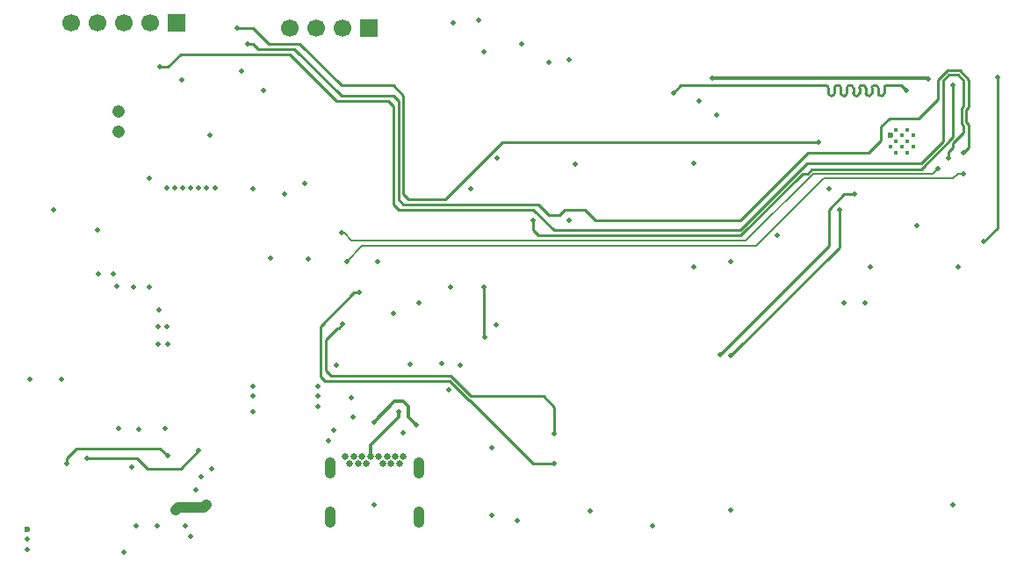
<source format=gbr>
%TF.GenerationSoftware,KiCad,Pcbnew,9.0.2*%
%TF.CreationDate,2025-06-28T16:23:08+05:30*%
%TF.ProjectId,ESP32 PCB,45535033-3220-4504-9342-2e6b69636164,rev?*%
%TF.SameCoordinates,Original*%
%TF.FileFunction,Copper,L4,Bot*%
%TF.FilePolarity,Positive*%
%FSLAX46Y46*%
G04 Gerber Fmt 4.6, Leading zero omitted, Abs format (unit mm)*
G04 Created by KiCad (PCBNEW 9.0.2) date 2025-06-28 16:23:08*
%MOMM*%
%LPD*%
G01*
G04 APERTURE LIST*
%TA.AperFunction,ComponentPad*%
%ADD10C,0.650000*%
%TD*%
%TA.AperFunction,ComponentPad*%
%ADD11O,1.050000X2.100000*%
%TD*%
%TA.AperFunction,ComponentPad*%
%ADD12R,1.700000X1.700000*%
%TD*%
%TA.AperFunction,ComponentPad*%
%ADD13C,1.700000*%
%TD*%
%TA.AperFunction,ComponentPad*%
%ADD14C,1.208000*%
%TD*%
%TA.AperFunction,ComponentPad*%
%ADD15C,0.400000*%
%TD*%
%TA.AperFunction,ComponentPad*%
%ADD16C,0.600000*%
%TD*%
%TA.AperFunction,ViaPad*%
%ADD17C,0.500000*%
%TD*%
%TA.AperFunction,ViaPad*%
%ADD18C,0.600000*%
%TD*%
%TA.AperFunction,Conductor*%
%ADD19C,1.000000*%
%TD*%
%TA.AperFunction,Conductor*%
%ADD20C,0.300000*%
%TD*%
%TA.AperFunction,Conductor*%
%ADD21C,0.250000*%
%TD*%
%TA.AperFunction,Conductor*%
%ADD22C,0.200000*%
%TD*%
G04 APERTURE END LIST*
D10*
%TO.P,J1,B1,GNDB1*%
%TO.N,GND*%
X186000000Y-129265000D03*
%TO.P,J1,B2,SSTXP2*%
%TO.N,unconnected-(J1-SSTXP2-PadB2)*%
X185600000Y-129975000D03*
%TO.P,J1,B3,SSTXN2*%
%TO.N,unconnected-(J1-SSTXN2-PadB3)*%
X184800000Y-129975000D03*
%TO.P,J1,B4,VBUSB1*%
%TO.N,/VBUS*%
X184400000Y-129265000D03*
%TO.P,J1,B5,CC2*%
%TO.N,Net-(J1-CC2)*%
X184000000Y-129975000D03*
%TO.P,J1,B6,DP2*%
%TO.N,/USB_DP*%
X183600000Y-129265000D03*
%TO.P,J1,B7,DN2*%
%TO.N,/USB_DN*%
X182800000Y-129265000D03*
%TO.P,J1,B8,SBU2*%
%TO.N,unconnected-(J1-SBU2-PadB8)*%
X182400000Y-129975000D03*
%TO.P,J1,B9,VBUSB2*%
%TO.N,/VBUS*%
X182000000Y-129265000D03*
%TO.P,J1,B10,SSRXN1*%
%TO.N,unconnected-(J1-SSRXN1-PadB10)*%
X181600000Y-129975000D03*
%TO.P,J1,B11,SSRXP1*%
%TO.N,unconnected-(J1-SSRXP1-PadB11)*%
X180800000Y-129975000D03*
%TO.P,J1,B12,GNDB2*%
%TO.N,GND*%
X180400000Y-129265000D03*
%TO.P,J1,G1,GND/SHIELD*%
X185200000Y-129265000D03*
%TO.P,J1,G2,GND/SHIELD*%
X181200000Y-129265000D03*
D11*
%TO.P,J1,S1,GND/SHIELD*%
X178930000Y-130415000D03*
%TO.P,J1,S2,GND/SHIELD*%
X187470000Y-130415000D03*
%TO.P,J1,S3,GND/SHIELD*%
X178930000Y-135145000D03*
%TO.P,J1,S4,GND/SHIELD*%
X187470000Y-135145000D03*
%TD*%
D12*
%TO.P,J4,1,Pin_1*%
%TO.N,+3.3V*%
X182630000Y-88000000D03*
D13*
%TO.P,J4,2,Pin_2*%
%TO.N,/ESP32-C3-02/sDA*%
X180090000Y-88000000D03*
%TO.P,J4,3,Pin_3*%
%TO.N,/ESP32-C3-02/SCL*%
X177550000Y-88000000D03*
%TO.P,J4,4,Pin_4*%
%TO.N,GND*%
X175010000Y-88000000D03*
%TD*%
D12*
%TO.P,J5,1,Pin_1*%
%TO.N,+3.3V*%
X164125000Y-87450000D03*
D13*
%TO.P,J5,2,Pin_2*%
%TO.N,/ESP32-C3-02/GPIO 8*%
X161585000Y-87450000D03*
%TO.P,J5,3,Pin_3*%
%TO.N,/ESP32-C3-02/GPIO18*%
X159045000Y-87450000D03*
%TO.P,J5,4,Pin_4*%
%TO.N,/ESP32-C3-02/GPIO19*%
X156505000Y-87450000D03*
%TO.P,J5,5,Pin_5*%
%TO.N,GND*%
X153965000Y-87450000D03*
%TD*%
D14*
%TO.P,MK1,GND*%
%TO.N,GND*%
X158500000Y-96050000D03*
%TO.P,MK1,OUT*%
%TO.N,Net-(C22-Pad1)*%
X158500000Y-97950000D03*
%TD*%
D15*
%TO.P,U5,28,GND*%
%TO.N,GND*%
X233460000Y-97775000D03*
%TO.P,U5,29,GND*%
X234560000Y-97775000D03*
D16*
%TO.P,U5,30,GND*%
X232910000Y-98325000D03*
D15*
%TO.P,U5,31,GND*%
X234010000Y-98325000D03*
%TO.P,U5,32,GND*%
X235110000Y-98325000D03*
%TO.P,U5,33,GND*%
X233460000Y-98875000D03*
%TO.P,U5,34,GND*%
X234560000Y-98875000D03*
%TO.P,U5,35,GND*%
X232910000Y-99425000D03*
%TO.P,U5,36,GND*%
X234010000Y-99425000D03*
%TO.P,U5,37,GND*%
X235110000Y-99425000D03*
%TO.P,U5,38,GND*%
X233460000Y-99975000D03*
%TO.P,U5,39,GND*%
X234560000Y-99975000D03*
%TD*%
D17*
%TO.N,+5V*%
X167025000Y-133975000D03*
X164000000Y-134500000D03*
%TO.N,GND*%
X217500000Y-110500000D03*
X210000000Y-136000000D03*
X194900000Y-116600000D03*
X163275000Y-118500000D03*
X162325000Y-118475000D03*
X216208160Y-96335701D03*
X164625000Y-93000000D03*
X159775000Y-130300000D03*
X197425000Y-89500000D03*
X227000000Y-103500000D03*
X186600000Y-120400000D03*
X158500000Y-126600000D03*
X204007922Y-134545499D03*
X202000000Y-106500000D03*
X230500000Y-114500000D03*
X176500000Y-103000000D03*
X192500000Y-103500000D03*
X161500000Y-102500000D03*
X158325000Y-112875000D03*
X149750000Y-137250000D03*
X189650000Y-120350000D03*
X156550000Y-111675000D03*
X193250000Y-87250000D03*
X161500000Y-113000000D03*
X197000000Y-135500000D03*
X160000000Y-113000000D03*
X163225000Y-116775000D03*
X158025000Y-111700000D03*
X183200000Y-134000000D03*
X179500000Y-120500000D03*
X239000000Y-134000000D03*
X160500000Y-126637500D03*
D18*
X149750000Y-136300000D03*
D17*
X214000000Y-111000000D03*
X190350000Y-122850000D03*
X191500000Y-120500000D03*
X239463767Y-110981809D03*
X163000000Y-126612500D03*
X222000000Y-108000000D03*
X167325000Y-98325000D03*
X217500000Y-134500000D03*
X231000000Y-111000000D03*
X185950000Y-127050000D03*
X162325000Y-116750000D03*
X178750000Y-127750000D03*
X185000000Y-115500000D03*
X181000000Y-123651000D03*
X170375000Y-92125000D03*
X166500000Y-131250000D03*
X165500000Y-137000000D03*
X162425000Y-115175000D03*
X149750000Y-138250000D03*
X194500000Y-135000000D03*
%TO.N,+3.3V*%
X228500000Y-114500000D03*
X152250000Y-105550000D03*
X183500000Y-110500000D03*
X214000000Y-101000000D03*
X195000000Y-100500000D03*
X167033333Y-103400000D03*
X199975000Y-91250000D03*
X163200000Y-103400000D03*
X214500000Y-95000000D03*
X202000000Y-91000000D03*
X194508671Y-128442116D03*
X171500000Y-103500000D03*
X235500000Y-107000000D03*
X193750000Y-90250000D03*
X172500000Y-94000000D03*
X156500000Y-107500000D03*
X163966667Y-103400000D03*
X166266667Y-103400000D03*
X164733333Y-103400000D03*
X167800000Y-103400000D03*
X165500000Y-103400000D03*
X173175000Y-110175000D03*
X202575000Y-101075000D03*
X176775000Y-110275000D03*
X190500000Y-113000000D03*
X190750000Y-87500000D03*
X187500000Y-114500000D03*
X174500000Y-104000000D03*
%TO.N,/VBUS*%
X179250000Y-126750000D03*
X187250000Y-126250000D03*
X183150000Y-126000000D03*
X177750000Y-122500000D03*
X177750000Y-124500000D03*
X177750000Y-123500000D03*
%TO.N,Net-(U3-VBUS)*%
X193800000Y-117800000D03*
X193750000Y-113000000D03*
%TO.N,/ESP32-C3-02/BOOT*%
X228000000Y-105500000D03*
X217574000Y-119574000D03*
%TO.N,/ESP32-C3-02/EN*%
X229500000Y-103999999D03*
X216500000Y-119500000D03*
%TO.N,/USB_DP*%
X181158521Y-125500000D03*
%TO.N,/USB_DN*%
X185500000Y-125000000D03*
%TO.N,/ESP32-C3-02/sDA*%
X234500000Y-94000000D03*
X212000000Y-94250000D03*
%TO.N,/ESP32-C3-02/SCL*%
X215800000Y-92850000D03*
X236612500Y-92862500D03*
%TO.N,/ESP32-C3-02/GPIO 8*%
X170000000Y-88000000D03*
X226000000Y-99000000D03*
%TO.N,/ESP32-C3-02/GPIO19*%
X162500000Y-91750000D03*
X238535586Y-100500000D03*
%TO.N,/ESP32-C3-02/GPIO18*%
X240000000Y-100000000D03*
X171000000Y-89500000D03*
%TO.N,/ESP32-C3-02/sc_SD*%
X243250000Y-92750000D03*
X241900000Y-108600000D03*
%TO.N,/ESP32-C3-02/Photo C*%
X198500000Y-106500000D03*
X239000000Y-93500000D03*
%TO.N,/ESP32-C3-02/RTS*%
X200562500Y-127062500D03*
X180128768Y-116525000D03*
%TO.N,/ESP32-C3-02/DTR*%
X200500000Y-130000000D03*
X181750000Y-113500000D03*
%TO.N,/CHARGING POWER GOOD*%
X155462500Y-129500000D03*
X166250000Y-128750000D03*
%TO.N,/CHARGED *%
X153500000Y-130000000D03*
X163250000Y-129250000D03*
%TO.N,/ESP32-C3-02/RX_TX*%
X180500000Y-110500000D03*
X240000000Y-102000000D03*
%TO.N,/ESP32-C3-02/TX_RX*%
X180000000Y-107750000D03*
X237500000Y-101500000D03*
%TO.N,/+5V_USB*%
X153000000Y-121850000D03*
X171500000Y-125000000D03*
X171500000Y-122550000D03*
X165000000Y-136000000D03*
X167500000Y-130500000D03*
X150000000Y-121850000D03*
X159000000Y-138500000D03*
X166000000Y-132500000D03*
X160250000Y-136000000D03*
X171500000Y-123500000D03*
X162225000Y-136000000D03*
%TD*%
D19*
%TO.N,+5V*%
X167025000Y-133975000D02*
X166750000Y-134250000D01*
X166750000Y-134250000D02*
X164250000Y-134250000D01*
X164000000Y-134500000D02*
X164250000Y-134250000D01*
D20*
%TO.N,/VBUS*%
X186000000Y-124000000D02*
X185150000Y-124000000D01*
X186500000Y-124500000D02*
X186000000Y-124000000D01*
X186500000Y-125500000D02*
X186500000Y-124500000D01*
X185150000Y-124000000D02*
X183150000Y-126000000D01*
X187250000Y-126250000D02*
X186500000Y-125500000D01*
D21*
%TO.N,Net-(U3-VBUS)*%
X193800000Y-117800000D02*
X193750000Y-117750000D01*
X193750000Y-117750000D02*
X193750000Y-113000000D01*
%TO.N,/ESP32-C3-02/BOOT*%
X228000000Y-105500000D02*
X228000000Y-109148000D01*
X228000000Y-109148000D02*
X217574000Y-119574000D01*
%TO.N,/ESP32-C3-02/EN*%
X227000000Y-105500000D02*
X227000000Y-106500000D01*
X227000000Y-109000000D02*
X227000000Y-106500000D01*
X229500000Y-103999999D02*
X228500001Y-103999999D01*
X216500000Y-119500000D02*
X227000000Y-109000000D01*
X228500001Y-103999999D02*
X227000000Y-105500000D01*
D20*
%TO.N,/USB_DN*%
X182800000Y-129265000D02*
X182800000Y-128200000D01*
X182800000Y-128200000D02*
X185500000Y-125500000D01*
X185500000Y-125500000D02*
X185500000Y-125000000D01*
D21*
%TO.N,/ESP32-C3-02/sDA*%
X229594603Y-94500000D02*
X229714603Y-94500000D01*
X229954603Y-94260000D02*
X229954603Y-93740000D01*
X212750000Y-93500000D02*
X226714603Y-93500000D01*
X227194603Y-94500000D02*
X227314603Y-94500000D01*
X234500000Y-94000000D02*
X234000000Y-93500000D01*
X230794603Y-94500000D02*
X230914603Y-94500000D01*
X228994603Y-93500000D02*
X229114603Y-93500000D01*
X212000000Y-94250000D02*
X212750000Y-93500000D01*
X227554603Y-94260000D02*
X227554603Y-93740000D01*
X228754603Y-94260000D02*
X228754603Y-93740000D01*
X228154603Y-93740000D02*
X228154603Y-94260000D01*
X234000000Y-93500000D02*
X233742979Y-93500000D01*
X232714603Y-93500000D02*
X233742979Y-93500000D01*
X232594603Y-93500000D02*
X232714603Y-93500000D01*
X232354603Y-94260000D02*
X232354603Y-93740000D01*
X231154603Y-94260000D02*
X231154603Y-93740000D01*
X231994603Y-94500000D02*
X232114603Y-94500000D01*
X230194603Y-93500000D02*
X230314603Y-93500000D01*
X226954603Y-93740000D02*
X226954603Y-94260000D01*
X229354603Y-93740000D02*
X229354603Y-94260000D01*
X228394603Y-94500000D02*
X228514603Y-94500000D01*
X231394603Y-93500000D02*
X231514603Y-93500000D01*
X227794603Y-93500000D02*
X227914603Y-93500000D01*
X231754603Y-93740000D02*
X231754603Y-94260000D01*
X230554603Y-93740000D02*
X230554603Y-94260000D01*
X226714603Y-93500000D02*
G75*
G02*
X226954600Y-93740000I-3J-240000D01*
G01*
X232114603Y-94500000D02*
G75*
G03*
X232354600Y-94260000I-3J240000D01*
G01*
X227914603Y-93500000D02*
G75*
G02*
X228154600Y-93740000I-3J-240000D01*
G01*
X230314603Y-93500000D02*
G75*
G02*
X230554600Y-93740000I-3J-240000D01*
G01*
X231154603Y-93740000D02*
G75*
G02*
X231394603Y-93500003I239997J0D01*
G01*
X229954603Y-93740000D02*
G75*
G02*
X230194603Y-93500003I239997J0D01*
G01*
X230554603Y-94260000D02*
G75*
G03*
X230794603Y-94499997I239997J0D01*
G01*
X229114603Y-93500000D02*
G75*
G02*
X229354600Y-93740000I-3J-240000D01*
G01*
X229354603Y-94260000D02*
G75*
G03*
X229594603Y-94499997I239997J0D01*
G01*
X229714603Y-94500000D02*
G75*
G03*
X229954600Y-94260000I-3J240000D01*
G01*
X228754603Y-93740000D02*
G75*
G02*
X228994603Y-93500003I239997J0D01*
G01*
X230914603Y-94500000D02*
G75*
G03*
X231154600Y-94260000I-3J240000D01*
G01*
X232354603Y-93740000D02*
G75*
G02*
X232594603Y-93500003I239997J0D01*
G01*
X228514603Y-94500000D02*
G75*
G03*
X228754600Y-94260000I-3J240000D01*
G01*
X226954603Y-94260000D02*
G75*
G03*
X227194603Y-94499997I239997J0D01*
G01*
X231754603Y-94260000D02*
G75*
G03*
X231994603Y-94499997I239997J0D01*
G01*
X228154603Y-94260000D02*
G75*
G03*
X228394603Y-94499997I239997J0D01*
G01*
X227554603Y-93740000D02*
G75*
G02*
X227794603Y-93500003I239997J0D01*
G01*
X231514603Y-93500000D02*
G75*
G02*
X231754600Y-93740000I-3J-240000D01*
G01*
X227314603Y-94500000D02*
G75*
G03*
X227554600Y-94260000I-3J240000D01*
G01*
D20*
%TO.N,/ESP32-C3-02/SCL*%
X215800000Y-92850000D02*
X236600000Y-92850000D01*
X236600000Y-92850000D02*
X236612500Y-92862500D01*
D21*
%TO.N,/ESP32-C3-02/GPIO 8*%
X176000000Y-89500000D02*
X180000000Y-93500000D01*
X186000000Y-104000000D02*
X186500000Y-104500000D01*
X171500000Y-88000000D02*
X173000000Y-89500000D01*
X186000000Y-94500000D02*
X186000000Y-104000000D01*
X186500000Y-104500000D02*
X190000000Y-104500000D01*
X170000000Y-88000000D02*
X171500000Y-88000000D01*
X173000000Y-89500000D02*
X176000000Y-89500000D01*
X180000000Y-93500000D02*
X185000000Y-93500000D01*
X190000000Y-104500000D02*
X195500000Y-99000000D01*
X195500000Y-99000000D02*
X226000000Y-99000000D01*
X185000000Y-93500000D02*
X186000000Y-94500000D01*
%TO.N,/ESP32-C3-02/GPIO19*%
X235932900Y-101000000D02*
X224932900Y-101000000D01*
X175026000Y-90526000D02*
X171782123Y-90526000D01*
X238567100Y-92500000D02*
X238000000Y-93067100D01*
X185000000Y-95500000D02*
X184500000Y-95000000D01*
X162500000Y-91750000D02*
X163302000Y-91750000D01*
X240000000Y-93034943D02*
X239465057Y-92500000D01*
X185500000Y-105500000D02*
X185000000Y-105000000D01*
X218432900Y-107500000D02*
X200500000Y-107500000D01*
X240000000Y-95500000D02*
X240000000Y-93034943D01*
X238535586Y-99964414D02*
X239000000Y-99500000D01*
X239823000Y-95677000D02*
X240000000Y-95500000D01*
X240000000Y-97419555D02*
X239823000Y-97242555D01*
X185000000Y-105000000D02*
X185000000Y-95500000D01*
X224932900Y-101000000D02*
X218432900Y-107500000D01*
X239465057Y-92500000D02*
X238567100Y-92500000D01*
X239000000Y-99067100D02*
X240000000Y-98067100D01*
X200500000Y-107500000D02*
X198500000Y-105500000D01*
X238000000Y-98932900D02*
X235932900Y-101000000D01*
X163302000Y-91750000D02*
X164526000Y-90526000D01*
X184500000Y-95000000D02*
X179500000Y-95000000D01*
X238000000Y-93067100D02*
X238000000Y-98932900D01*
X164526000Y-90526000D02*
X172474000Y-90526000D01*
X240000000Y-98067100D02*
X240000000Y-97419555D01*
X239000000Y-99500000D02*
X239000000Y-99067100D01*
X239823000Y-97242555D02*
X239823000Y-95677000D01*
X198500000Y-105500000D02*
X185500000Y-105500000D01*
X179500000Y-95000000D02*
X175026000Y-90526000D01*
X238535586Y-100500000D02*
X238535586Y-99964414D01*
%TO.N,/ESP32-C3-02/GPIO18*%
X240500000Y-99500000D02*
X240000000Y-100000000D01*
X232000000Y-98841123D02*
X232000000Y-97500000D01*
X240224000Y-95843100D02*
X240224000Y-97076455D01*
X239608157Y-92076000D02*
X240500000Y-92967843D01*
X201000000Y-106000000D02*
X201500000Y-105500000D01*
X237500000Y-93000000D02*
X238424000Y-92076000D01*
X185000000Y-94500000D02*
X185500000Y-95000000D01*
X199000001Y-105000000D02*
X200000000Y-105999999D01*
X240500000Y-97326000D02*
X240500000Y-99500000D01*
X180000000Y-94500000D02*
X185000000Y-94500000D01*
X171500000Y-89500000D02*
X172000000Y-90000000D01*
X171000000Y-89500000D02*
X171500000Y-89500000D01*
X230841123Y-100000000D02*
X232000000Y-98841123D01*
X240500000Y-92967843D02*
X240500000Y-95567100D01*
X225000000Y-100000000D02*
X230841123Y-100000000D01*
X232828061Y-96671939D02*
X235671938Y-96671939D01*
X201500000Y-105500000D02*
X203500000Y-105500000D01*
X204500000Y-106500000D02*
X218500000Y-106500000D01*
X237500000Y-94843877D02*
X237500000Y-93000000D01*
X238424000Y-92076000D02*
X239608157Y-92076000D01*
X235671938Y-96671939D02*
X237500000Y-94843877D01*
X232000000Y-97500000D02*
X232828061Y-96671939D01*
X185500000Y-95000000D02*
X185500000Y-104500000D01*
X203500000Y-105500000D02*
X204500000Y-106500000D01*
X200999999Y-105999999D02*
X201000000Y-106000000D01*
X186000000Y-105000000D02*
X199000001Y-105000000D01*
X200000000Y-105999999D02*
X200999999Y-105999999D01*
X218500000Y-106500000D02*
X225000000Y-100000000D01*
X175500000Y-90000000D02*
X180000000Y-94500000D01*
X240500000Y-95567100D02*
X240224000Y-95843100D01*
X172000000Y-90000000D02*
X175500000Y-90000000D01*
X240473545Y-97326000D02*
X240500000Y-97326000D01*
X185500000Y-104500000D02*
X186000000Y-105000000D01*
X240224000Y-97076455D02*
X240473545Y-97326000D01*
%TO.N,/ESP32-C3-02/sc_SD*%
X243250000Y-92750000D02*
X243250000Y-107250000D01*
X243250000Y-107250000D02*
X241900000Y-108600000D01*
%TO.N,/ESP32-C3-02/Photo C*%
X199000000Y-108000000D02*
X198500000Y-107500000D01*
X224500000Y-102000000D02*
X218500000Y-108000000D01*
X198500000Y-107500000D02*
X198500000Y-106500000D01*
X225344256Y-101624000D02*
X224968256Y-102000000D01*
X239000000Y-93500000D02*
X239000000Y-98500000D01*
X239000000Y-98500000D02*
X235876000Y-101624000D01*
X218500000Y-108000000D02*
X199000000Y-108000000D01*
X224968256Y-102000000D02*
X224500000Y-102000000D01*
X235876000Y-101624000D02*
X225344256Y-101624000D01*
%TO.N,/ESP32-C3-02/RTS*%
X190500000Y-121500000D02*
X192500000Y-123500000D01*
X179600000Y-116900000D02*
X178500000Y-118000000D01*
X199500000Y-123500000D02*
X200562500Y-124562500D01*
X179753768Y-116900000D02*
X179600000Y-116900000D01*
X178500000Y-118000000D02*
X178500000Y-121000000D01*
X200562500Y-124562500D02*
X200562500Y-127062500D01*
X178500000Y-121000000D02*
X179000000Y-121500000D01*
X192500000Y-123500000D02*
X199500000Y-123500000D01*
X180128768Y-116525000D02*
X179753768Y-116900000D01*
X179000000Y-121500000D02*
X190500000Y-121500000D01*
%TO.N,/ESP32-C3-02/DTR*%
X178432900Y-122000000D02*
X190432900Y-122000000D01*
X192401000Y-123901000D02*
X198500000Y-130000000D01*
X192333900Y-123901000D02*
X192401000Y-123901000D01*
X190432900Y-122000000D02*
X192333900Y-123901000D01*
X198500000Y-130000000D02*
X200500000Y-130000000D01*
X181750000Y-113500000D02*
X181250000Y-113500000D01*
X181250000Y-113500000D02*
X178000000Y-116750000D01*
X178000000Y-121567100D02*
X178432900Y-122000000D01*
X178000000Y-116750000D02*
X178000000Y-121567100D01*
%TO.N,/CHARGING POWER GOOD*%
X161326834Y-130500000D02*
X160326834Y-129500000D01*
X164500000Y-130500000D02*
X161326834Y-130500000D01*
X160326834Y-129500000D02*
X155462500Y-129500000D01*
X166250000Y-128750000D02*
X164500000Y-130500000D01*
%TO.N,/CHARGED *%
X162500000Y-128500000D02*
X154500000Y-128500000D01*
X153500000Y-129500000D02*
X153500000Y-130000000D01*
X163250000Y-129250000D02*
X162500000Y-128500000D01*
X154500000Y-128500000D02*
X153500000Y-129500000D01*
D22*
%TO.N,/ESP32-C3-02/RX_TX*%
X220000000Y-109000000D02*
X182000000Y-109000000D01*
X239500000Y-102000000D02*
X239000000Y-102500000D01*
X239000000Y-102500000D02*
X226500000Y-102500000D01*
X226500000Y-102500000D02*
X220000000Y-109000000D01*
X240000000Y-102000000D02*
X239500000Y-102000000D01*
X182000000Y-109000000D02*
X180500000Y-110500000D01*
%TO.N,/ESP32-C3-02/TX_RX*%
X181000000Y-108500000D02*
X219000000Y-108500000D01*
X219000000Y-108500000D02*
X225500000Y-102000000D01*
X225500000Y-102000000D02*
X237000000Y-102000000D01*
X237000000Y-102000000D02*
X237500000Y-101500000D01*
X180250000Y-107750000D02*
X181000000Y-108500000D01*
X180000000Y-107750000D02*
X180250000Y-107750000D01*
%TD*%
M02*

</source>
